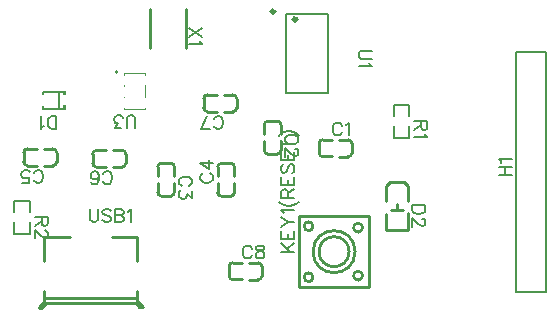
<source format=gto>
G04 Layer: TopSilkscreenLayer*
G04 EasyEDA v6.5.40, 2024-08-14 22:01:03*
G04 cb6e2e9fbd21486d88ae5690d2d3dc00,10*
G04 Gerber Generator version 0.2*
G04 Scale: 100 percent, Rotated: No, Reflected: No *
G04 Dimensions in millimeters *
G04 leading zeros omitted , absolute positions ,4 integer and 5 decimal *
%FSLAX45Y45*%
%MOMM*%

%ADD10C,0.1524*%
%ADD11C,0.2540*%
%ADD12C,0.1520*%
%ADD13C,0.1000*%
%ADD14C,0.2032*%
%ADD15C,0.2030*%
%ADD16C,0.3000*%
%ADD17C,0.0162*%

%LPD*%
D10*
X3480815Y12700D02*
G01*
X3402838Y12700D01*
X3387343Y7620D01*
X3376929Y-2794D01*
X3371850Y-18542D01*
X3371850Y-28955D01*
X3376929Y-44450D01*
X3387343Y-54863D01*
X3402838Y-59944D01*
X3480815Y-59944D01*
X3459988Y-94234D02*
G01*
X3465322Y-104647D01*
X3480815Y-120395D01*
X3371850Y-120395D01*
X3227577Y-621792D02*
G01*
X3222243Y-611378D01*
X3211829Y-600963D01*
X3201670Y-595884D01*
X3180841Y-595884D01*
X3170427Y-600963D01*
X3160013Y-611378D01*
X3154679Y-621792D01*
X3149600Y-637539D01*
X3149600Y-663447D01*
X3154679Y-678942D01*
X3160013Y-689355D01*
X3170427Y-699770D01*
X3180841Y-704850D01*
X3201670Y-704850D01*
X3211829Y-699770D01*
X3222243Y-689355D01*
X3227577Y-678942D01*
X3261868Y-616712D02*
G01*
X3272281Y-611378D01*
X3287775Y-595884D01*
X3287775Y-704850D01*
X2832608Y-776478D02*
G01*
X2843022Y-771144D01*
X2853436Y-760729D01*
X2858515Y-750570D01*
X2858515Y-729742D01*
X2853436Y-719328D01*
X2843022Y-708913D01*
X2832608Y-703579D01*
X2816859Y-698500D01*
X2790952Y-698500D01*
X2775458Y-703579D01*
X2765043Y-708913D01*
X2754629Y-719328D01*
X2749550Y-729742D01*
X2749550Y-750570D01*
X2754629Y-760729D01*
X2765043Y-771144D01*
X2775458Y-776478D01*
X2832608Y-815847D02*
G01*
X2837688Y-815847D01*
X2848102Y-821181D01*
X2853436Y-826262D01*
X2858515Y-836676D01*
X2858515Y-857504D01*
X2853436Y-867918D01*
X2848102Y-872997D01*
X2837688Y-878331D01*
X2827274Y-878331D01*
X2816859Y-872997D01*
X2801365Y-862584D01*
X2749550Y-810768D01*
X2749550Y-883412D01*
X1930908Y-1132078D02*
G01*
X1941322Y-1126744D01*
X1951736Y-1116329D01*
X1956815Y-1106170D01*
X1956815Y-1085342D01*
X1951736Y-1074928D01*
X1941322Y-1064513D01*
X1930908Y-1059179D01*
X1915160Y-1054100D01*
X1889252Y-1054100D01*
X1873757Y-1059179D01*
X1863344Y-1064513D01*
X1852929Y-1074928D01*
X1847850Y-1085342D01*
X1847850Y-1106170D01*
X1852929Y-1116329D01*
X1863344Y-1126744D01*
X1873757Y-1132078D01*
X1956815Y-1176781D02*
G01*
X1956815Y-1233931D01*
X1915160Y-1202689D01*
X1915160Y-1218184D01*
X1910079Y-1228597D01*
X1905000Y-1233931D01*
X1889252Y-1239012D01*
X1878837Y-1239012D01*
X1863344Y-1233931D01*
X1852929Y-1223518D01*
X1847850Y-1207770D01*
X1847850Y-1192276D01*
X1852929Y-1176781D01*
X1858010Y-1171447D01*
X1868423Y-1166368D01*
X2056891Y-1026921D02*
G01*
X2046477Y-1032255D01*
X2036063Y-1042670D01*
X2030984Y-1052829D01*
X2030984Y-1073657D01*
X2036063Y-1084071D01*
X2046477Y-1094486D01*
X2056891Y-1099820D01*
X2072640Y-1104900D01*
X2098547Y-1104900D01*
X2114041Y-1099820D01*
X2124456Y-1094486D01*
X2134870Y-1084071D01*
X2139950Y-1073657D01*
X2139950Y-1052829D01*
X2134870Y-1042670D01*
X2124456Y-1032255D01*
X2114041Y-1026921D01*
X2030984Y-940815D02*
G01*
X2103627Y-992631D01*
X2103627Y-914654D01*
X2030984Y-940815D02*
G01*
X2139950Y-940815D01*
X620521Y-1080007D02*
G01*
X625855Y-1090421D01*
X636270Y-1100836D01*
X646429Y-1105915D01*
X667257Y-1105915D01*
X677671Y-1100836D01*
X688086Y-1090421D01*
X693420Y-1080007D01*
X698500Y-1064260D01*
X698500Y-1038352D01*
X693420Y-1022857D01*
X688086Y-1012444D01*
X677671Y-1002029D01*
X667257Y-996950D01*
X646429Y-996950D01*
X636270Y-1002029D01*
X625855Y-1012444D01*
X620521Y-1022857D01*
X524002Y-1105915D02*
G01*
X575818Y-1105915D01*
X581152Y-1059179D01*
X575818Y-1064260D01*
X560323Y-1069594D01*
X544829Y-1069594D01*
X529081Y-1064260D01*
X518668Y-1054100D01*
X513587Y-1038352D01*
X513587Y-1027937D01*
X518668Y-1012444D01*
X529081Y-1002029D01*
X544829Y-996950D01*
X560323Y-996950D01*
X575818Y-1002029D01*
X581152Y-1007110D01*
X586231Y-1017523D01*
X1204721Y-1092707D02*
G01*
X1210055Y-1103121D01*
X1220470Y-1113536D01*
X1230629Y-1118615D01*
X1251457Y-1118615D01*
X1261871Y-1113536D01*
X1272286Y-1103121D01*
X1277620Y-1092707D01*
X1282700Y-1076960D01*
X1282700Y-1051052D01*
X1277620Y-1035557D01*
X1272286Y-1025144D01*
X1261871Y-1014729D01*
X1251457Y-1009650D01*
X1230629Y-1009650D01*
X1220470Y-1014729D01*
X1210055Y-1025144D01*
X1204721Y-1035557D01*
X1108202Y-1103121D02*
G01*
X1113281Y-1113536D01*
X1129029Y-1118615D01*
X1139189Y-1118615D01*
X1154937Y-1113536D01*
X1165352Y-1097787D01*
X1170431Y-1071879D01*
X1170431Y-1045971D01*
X1165352Y-1025144D01*
X1154937Y-1014729D01*
X1139189Y-1009650D01*
X1134110Y-1009650D01*
X1118615Y-1014729D01*
X1108202Y-1025144D01*
X1102868Y-1040637D01*
X1102868Y-1045971D01*
X1108202Y-1061465D01*
X1118615Y-1071879D01*
X1134110Y-1076960D01*
X1139189Y-1076960D01*
X1154937Y-1071879D01*
X1165352Y-1061465D01*
X1170431Y-1045971D01*
X2144522Y-622807D02*
G01*
X2149856Y-633221D01*
X2160270Y-643636D01*
X2170429Y-648715D01*
X2191258Y-648715D01*
X2201672Y-643636D01*
X2212086Y-633221D01*
X2217420Y-622807D01*
X2222500Y-607060D01*
X2222500Y-581152D01*
X2217420Y-565657D01*
X2212086Y-555244D01*
X2201672Y-544829D01*
X2191258Y-539750D01*
X2170429Y-539750D01*
X2160270Y-544829D01*
X2149856Y-555244D01*
X2144522Y-565657D01*
X2037588Y-648715D02*
G01*
X2089404Y-539750D01*
X2110231Y-648715D02*
G01*
X2037588Y-648715D01*
X810298Y-648715D02*
G01*
X810298Y-539750D01*
X810298Y-648715D02*
G01*
X773976Y-648715D01*
X758228Y-643636D01*
X748068Y-633221D01*
X742734Y-622807D01*
X737654Y-607060D01*
X737654Y-581152D01*
X742734Y-565657D01*
X748068Y-555244D01*
X758228Y-544829D01*
X773976Y-539750D01*
X810298Y-539750D01*
X703364Y-627887D02*
G01*
X692950Y-633221D01*
X677202Y-648715D01*
X677202Y-539750D01*
X1479588Y-642391D02*
G01*
X1479588Y-564413D01*
X1474508Y-548919D01*
X1464094Y-538505D01*
X1448346Y-533425D01*
X1437932Y-533425D01*
X1422438Y-538505D01*
X1412024Y-548919D01*
X1406944Y-564413D01*
X1406944Y-642391D01*
X1362240Y-642391D02*
G01*
X1305090Y-642391D01*
X1336078Y-600735D01*
X1320584Y-600735D01*
X1310170Y-595655D01*
X1305090Y-590575D01*
X1299756Y-574827D01*
X1299756Y-564413D01*
X1305090Y-548919D01*
X1315504Y-538505D01*
X1330998Y-533425D01*
X1346492Y-533425D01*
X1362240Y-538505D01*
X1367320Y-543585D01*
X1372654Y-553999D01*
X2045715Y203200D02*
G01*
X1936750Y130555D01*
X2045715Y130555D02*
G01*
X1936750Y203200D01*
X2024888Y96265D02*
G01*
X2030222Y85852D01*
X2045715Y70104D01*
X1936750Y70104D01*
X2716771Y-1689112D02*
G01*
X2825737Y-1689112D01*
X2716771Y-1616468D02*
G01*
X2789415Y-1689112D01*
X2763507Y-1663204D02*
G01*
X2825737Y-1616468D01*
X2716771Y-1582178D02*
G01*
X2825737Y-1582178D01*
X2716771Y-1582178D02*
G01*
X2716771Y-1514614D01*
X2768587Y-1582178D02*
G01*
X2768587Y-1540522D01*
X2825737Y-1582178D02*
G01*
X2825737Y-1514614D01*
X2716771Y-1480324D02*
G01*
X2768587Y-1438668D01*
X2825737Y-1438668D01*
X2716771Y-1397012D02*
G01*
X2768587Y-1438668D01*
X2737599Y-1362722D02*
G01*
X2732265Y-1352562D01*
X2716771Y-1336814D01*
X2825737Y-1336814D01*
X2695943Y-1266202D02*
G01*
X2706357Y-1276616D01*
X2721851Y-1287030D01*
X2742679Y-1297444D01*
X2768587Y-1302524D01*
X2789415Y-1302524D01*
X2815577Y-1297444D01*
X2836151Y-1287030D01*
X2851899Y-1276616D01*
X2862313Y-1266202D01*
X2716771Y-1231912D02*
G01*
X2825737Y-1231912D01*
X2716771Y-1231912D02*
G01*
X2716771Y-1185176D01*
X2721851Y-1169682D01*
X2727185Y-1164348D01*
X2737599Y-1159268D01*
X2748013Y-1159268D01*
X2758427Y-1164348D01*
X2763507Y-1169682D01*
X2768587Y-1185176D01*
X2768587Y-1231912D01*
X2768587Y-1195590D02*
G01*
X2825737Y-1159268D01*
X2716771Y-1124978D02*
G01*
X2825737Y-1124978D01*
X2716771Y-1124978D02*
G01*
X2716771Y-1057414D01*
X2768587Y-1124978D02*
G01*
X2768587Y-1083322D01*
X2825737Y-1124978D02*
G01*
X2825737Y-1057414D01*
X2732265Y-950226D02*
G01*
X2721851Y-960640D01*
X2716771Y-976388D01*
X2716771Y-996962D01*
X2721851Y-1012710D01*
X2732265Y-1023124D01*
X2742679Y-1023124D01*
X2753093Y-1017790D01*
X2758427Y-1012710D01*
X2763507Y-1002296D01*
X2773921Y-971054D01*
X2779001Y-960640D01*
X2784335Y-955560D01*
X2794749Y-950226D01*
X2810243Y-950226D01*
X2820657Y-960640D01*
X2825737Y-976388D01*
X2825737Y-996962D01*
X2820657Y-1012710D01*
X2810243Y-1023124D01*
X2716771Y-915936D02*
G01*
X2825737Y-915936D01*
X2716771Y-915936D02*
G01*
X2716771Y-848372D01*
X2768587Y-915936D02*
G01*
X2768587Y-874534D01*
X2825737Y-915936D02*
G01*
X2825737Y-848372D01*
X2716771Y-777760D02*
G01*
X2825737Y-777760D01*
X2716771Y-814082D02*
G01*
X2716771Y-741438D01*
X2695943Y-707148D02*
G01*
X2706357Y-696734D01*
X2721851Y-686320D01*
X2742679Y-675906D01*
X2768587Y-670826D01*
X2789415Y-670826D01*
X2815577Y-675906D01*
X2836151Y-686320D01*
X2851899Y-696734D01*
X2862313Y-707148D01*
X1093927Y-1329651D02*
G01*
X1093927Y-1407629D01*
X1099007Y-1423123D01*
X1109421Y-1433537D01*
X1125169Y-1438617D01*
X1135583Y-1438617D01*
X1151077Y-1433537D01*
X1161491Y-1423123D01*
X1166571Y-1407629D01*
X1166571Y-1329651D01*
X1273759Y-1345145D02*
G01*
X1263345Y-1334731D01*
X1247597Y-1329651D01*
X1227023Y-1329651D01*
X1211275Y-1334731D01*
X1200861Y-1345145D01*
X1200861Y-1355559D01*
X1206195Y-1365973D01*
X1211275Y-1371307D01*
X1221689Y-1376387D01*
X1252931Y-1386801D01*
X1263345Y-1391881D01*
X1268425Y-1397215D01*
X1273759Y-1407629D01*
X1273759Y-1423123D01*
X1263345Y-1433537D01*
X1247597Y-1438617D01*
X1227023Y-1438617D01*
X1211275Y-1433537D01*
X1200861Y-1423123D01*
X1308049Y-1329651D02*
G01*
X1308049Y-1438617D01*
X1308049Y-1329651D02*
G01*
X1354785Y-1329651D01*
X1370279Y-1334731D01*
X1375613Y-1340065D01*
X1380693Y-1350479D01*
X1380693Y-1360893D01*
X1375613Y-1371307D01*
X1370279Y-1376387D01*
X1354785Y-1381467D01*
X1308049Y-1381467D02*
G01*
X1354785Y-1381467D01*
X1370279Y-1386801D01*
X1375613Y-1391881D01*
X1380693Y-1402295D01*
X1380693Y-1418043D01*
X1375613Y-1428457D01*
X1370279Y-1433537D01*
X1354785Y-1438617D01*
X1308049Y-1438617D01*
X1414983Y-1350479D02*
G01*
X1425397Y-1345145D01*
X1440891Y-1329651D01*
X1440891Y-1438617D01*
X2465577Y-1663192D02*
G01*
X2460243Y-1652778D01*
X2449829Y-1642363D01*
X2439670Y-1637284D01*
X2418841Y-1637284D01*
X2408427Y-1642363D01*
X2398013Y-1652778D01*
X2392679Y-1663192D01*
X2387600Y-1678939D01*
X2387600Y-1704847D01*
X2392679Y-1720342D01*
X2398013Y-1730755D01*
X2408427Y-1741170D01*
X2418841Y-1746250D01*
X2439670Y-1746250D01*
X2449829Y-1741170D01*
X2460243Y-1730755D01*
X2465577Y-1720342D01*
X2525775Y-1637284D02*
G01*
X2510281Y-1642363D01*
X2504947Y-1652778D01*
X2504947Y-1663192D01*
X2510281Y-1673605D01*
X2520695Y-1678939D01*
X2541270Y-1684020D01*
X2557018Y-1689100D01*
X2567431Y-1699513D01*
X2572511Y-1709928D01*
X2572511Y-1725676D01*
X2567431Y-1736089D01*
X2562097Y-1741170D01*
X2546604Y-1746250D01*
X2525775Y-1746250D01*
X2510281Y-1741170D01*
X2504947Y-1736089D01*
X2499868Y-1725676D01*
X2499868Y-1709928D01*
X2504947Y-1699513D01*
X2515361Y-1689100D01*
X2531109Y-1684020D01*
X2551684Y-1678939D01*
X2562097Y-1673605D01*
X2567431Y-1663192D01*
X2567431Y-1652778D01*
X2562097Y-1642363D01*
X2546604Y-1637284D01*
X2525775Y-1637284D01*
X3950715Y-584200D02*
G01*
X3841750Y-584200D01*
X3950715Y-584200D02*
G01*
X3950715Y-630936D01*
X3945636Y-646429D01*
X3940302Y-651763D01*
X3929888Y-656844D01*
X3919474Y-656844D01*
X3909059Y-651763D01*
X3903979Y-646429D01*
X3898900Y-630936D01*
X3898900Y-584200D01*
X3898900Y-620521D02*
G01*
X3841750Y-656844D01*
X3929888Y-691134D02*
G01*
X3935222Y-701547D01*
X3950715Y-717295D01*
X3841750Y-717295D01*
X3934216Y-1297604D02*
G01*
X3825250Y-1297604D01*
X3934216Y-1297604D02*
G01*
X3934216Y-1333926D01*
X3929136Y-1349674D01*
X3918722Y-1359834D01*
X3908308Y-1365168D01*
X3892560Y-1370248D01*
X3866652Y-1370248D01*
X3851158Y-1365168D01*
X3840744Y-1359834D01*
X3830330Y-1349674D01*
X3825250Y-1333926D01*
X3825250Y-1297604D01*
X3908308Y-1409872D02*
G01*
X3913388Y-1409872D01*
X3923802Y-1414952D01*
X3929136Y-1420286D01*
X3934216Y-1430700D01*
X3934216Y-1451274D01*
X3929136Y-1461688D01*
X3923802Y-1467022D01*
X3913388Y-1472102D01*
X3902974Y-1472102D01*
X3892560Y-1467022D01*
X3877066Y-1456608D01*
X3825250Y-1404538D01*
X3825250Y-1477436D01*
X737615Y-1397000D02*
G01*
X628650Y-1397000D01*
X737615Y-1397000D02*
G01*
X737615Y-1443736D01*
X732536Y-1459229D01*
X727202Y-1464563D01*
X716787Y-1469644D01*
X706373Y-1469644D01*
X695960Y-1464563D01*
X690879Y-1459229D01*
X685800Y-1443736D01*
X685800Y-1397000D01*
X685800Y-1433321D02*
G01*
X628650Y-1469644D01*
X711707Y-1509268D02*
G01*
X716787Y-1509268D01*
X727202Y-1514347D01*
X732536Y-1519681D01*
X737615Y-1530095D01*
X737615Y-1550670D01*
X732536Y-1561084D01*
X727202Y-1566418D01*
X716787Y-1571497D01*
X706373Y-1571497D01*
X695960Y-1566418D01*
X680465Y-1556004D01*
X628650Y-1503934D01*
X628650Y-1576831D01*
X4558284Y-1041400D02*
G01*
X4667250Y-1041400D01*
X4558284Y-968755D02*
G01*
X4667250Y-968755D01*
X4610100Y-1041400D02*
G01*
X4610100Y-968755D01*
X4579111Y-934465D02*
G01*
X4573777Y-924052D01*
X4558284Y-908304D01*
X4667250Y-908304D01*
G36*
X864920Y-451408D02*
G01*
X864920Y-486664D01*
X895400Y-486664D01*
X895400Y-451408D01*
G37*
G36*
X864920Y-326136D02*
G01*
X864920Y-361391D01*
X895400Y-361391D01*
X895400Y-326136D01*
G37*
X2756560Y319920D02*
G01*
X3110839Y319920D01*
X3110839Y-345320D01*
X2756560Y-345320D01*
X2756560Y319920D01*
D11*
X3314001Y-772822D02*
G01*
X3314001Y-852825D01*
X3203026Y-741837D02*
G01*
X3283023Y-741837D01*
X3203026Y-883803D02*
G01*
X3283023Y-883803D01*
X3145436Y-741255D02*
G01*
X3065437Y-741255D01*
X3034454Y-772238D02*
G01*
X3034454Y-852236D01*
X3145436Y-883216D02*
G01*
X3065437Y-883216D01*
X2681577Y-862901D02*
G01*
X2601574Y-862901D01*
X2712562Y-751926D02*
G01*
X2712562Y-831923D01*
X2570596Y-751926D02*
G01*
X2570596Y-831923D01*
X2713144Y-694336D02*
G01*
X2713144Y-614337D01*
X2682161Y-583354D02*
G01*
X2602163Y-583354D01*
X2571183Y-694336D02*
G01*
X2571183Y-614337D01*
X1779877Y-1218501D02*
G01*
X1699874Y-1218501D01*
X1810862Y-1107526D02*
G01*
X1810862Y-1187523D01*
X1668896Y-1107526D02*
G01*
X1668896Y-1187523D01*
X1811444Y-1049936D02*
G01*
X1811444Y-969937D01*
X1780461Y-938954D02*
G01*
X1700463Y-938954D01*
X1669483Y-1049936D02*
G01*
X1669483Y-969937D01*
X2207922Y-940498D02*
G01*
X2287925Y-940498D01*
X2176937Y-1051473D02*
G01*
X2176937Y-971476D01*
X2318903Y-1051473D02*
G01*
X2318903Y-971476D01*
X2176355Y-1109063D02*
G01*
X2176355Y-1189062D01*
X2207338Y-1220045D02*
G01*
X2287336Y-1220045D01*
X2318316Y-1109063D02*
G01*
X2318316Y-1189062D01*
X534098Y-928977D02*
G01*
X534098Y-848974D01*
X645073Y-959962D02*
G01*
X565076Y-959962D01*
X645073Y-817996D02*
G01*
X565076Y-817996D01*
X702663Y-960544D02*
G01*
X782662Y-960544D01*
X813645Y-929561D02*
G01*
X813645Y-849563D01*
X702663Y-818583D02*
G01*
X782662Y-818583D01*
X1118298Y-941677D02*
G01*
X1118298Y-861674D01*
X1229273Y-972662D02*
G01*
X1149276Y-972662D01*
X1229273Y-830696D02*
G01*
X1149276Y-830696D01*
X1286863Y-973244D02*
G01*
X1366862Y-973244D01*
X1397845Y-942261D02*
G01*
X1397845Y-862263D01*
X1286863Y-831283D02*
G01*
X1366862Y-831283D01*
X2058098Y-471777D02*
G01*
X2058098Y-391774D01*
X2169073Y-502762D02*
G01*
X2089076Y-502762D01*
X2169073Y-360796D02*
G01*
X2089076Y-360796D01*
X2226663Y-503344D02*
G01*
X2306662Y-503344D01*
X2337645Y-472361D02*
G01*
X2337645Y-392363D01*
X2226663Y-361383D02*
G01*
X2306662Y-361383D01*
D12*
X697275Y-333778D02*
G01*
X697275Y-354401D01*
X697275Y-479021D02*
G01*
X697275Y-459399D01*
D10*
X872520Y-479021D02*
G01*
X697275Y-479021D01*
X872520Y-333778D02*
G01*
X697275Y-333778D01*
X832076Y-479021D02*
G01*
X832076Y-333778D01*
D13*
X1383202Y-189788D02*
G01*
X1383202Y-175193D01*
X1383202Y-284787D02*
G01*
X1383202Y-280619D01*
X1383202Y-379780D02*
G01*
X1383202Y-375615D01*
X1383202Y-485195D02*
G01*
X1383202Y-470611D01*
X1563204Y-189788D02*
G01*
X1563204Y-175193D01*
X1563204Y-379780D02*
G01*
X1563204Y-280616D01*
X1563204Y-485195D02*
G01*
X1563204Y-470608D01*
X1563204Y-485195D02*
G01*
X1383202Y-485195D01*
X1563204Y-175193D02*
G01*
X1383202Y-175193D01*
D11*
X1600200Y38100D02*
G01*
X1600200Y368300D01*
X1905000Y38100D02*
G01*
X1905000Y368300D01*
X2862287Y-1989112D02*
G01*
X2862287Y-1389113D01*
X3462261Y-1989112D02*
G01*
X2862262Y-1989112D01*
X3462286Y-1389113D02*
G01*
X3462286Y-1989112D01*
X2862287Y-1389113D02*
G01*
X3462286Y-1389113D01*
X1503883Y-2118398D02*
G01*
X1542592Y-2160435D01*
X1513230Y-2160435D01*
X1482750Y-2127415D01*
X719988Y-2127415D01*
X684428Y-2165515D01*
X667994Y-2165515D01*
X667994Y-2160435D01*
X703884Y-2118398D01*
X704875Y-1568386D02*
G01*
X929208Y-1568386D01*
X1280540Y-1568386D02*
G01*
X1494873Y-1568386D01*
X704875Y-1568386D02*
G01*
X704875Y-1765287D01*
X704875Y-2021522D02*
G01*
X704875Y-2118398D01*
X1494873Y-1568386D02*
G01*
X1494873Y-1765287D01*
X1494873Y-2021522D02*
G01*
X1494873Y-2118398D01*
X704900Y-2083899D02*
G01*
X1494899Y-2083899D01*
X2552001Y-1814222D02*
G01*
X2552001Y-1894225D01*
X2441026Y-1783237D02*
G01*
X2521023Y-1783237D01*
X2441026Y-1925203D02*
G01*
X2521023Y-1925203D01*
X2383436Y-1782655D02*
G01*
X2303437Y-1782655D01*
X2272454Y-1813638D02*
G01*
X2272454Y-1893636D01*
X2383436Y-1924616D02*
G01*
X2303437Y-1924616D01*
D10*
X3667739Y-626821D02*
G01*
X3667739Y-722708D01*
X3799860Y-722708D01*
X3799860Y-626821D01*
X3667739Y-541578D02*
G01*
X3667739Y-445691D01*
X3799860Y-445691D01*
X3799860Y-541578D01*
D11*
X3790701Y-1358092D02*
G01*
X3791699Y-1506100D01*
X3601699Y-1372100D02*
G01*
X3601699Y-1506100D01*
X3791699Y-1506100D02*
G01*
X3601697Y-1506100D01*
X3600698Y-1133088D02*
G01*
X3600704Y-1133088D01*
X3635697Y-1098095D01*
X3790701Y-1133088D02*
G01*
X3790695Y-1133088D01*
X3755702Y-1098095D01*
X3790701Y-1258092D02*
G01*
X3790701Y-1133088D01*
X3600698Y-1258092D02*
G01*
X3600698Y-1133088D01*
X3755702Y-1098095D02*
G01*
X3635697Y-1098095D01*
X3745699Y-1338099D02*
G01*
X3645700Y-1338099D01*
X3695194Y-1338099D02*
G01*
X3695194Y-1288100D01*
D10*
X454639Y-1439621D02*
G01*
X454639Y-1535508D01*
X586760Y-1535508D01*
X586760Y-1439621D01*
X454639Y-1354378D02*
G01*
X454639Y-1258491D01*
X586760Y-1258491D01*
X586760Y-1354378D01*
D14*
X4699000Y0D02*
G01*
X4953000Y0D01*
X4953000Y-2032000D01*
X4699000Y-2032000D01*
X4699000Y-1841500D01*
D15*
X4699000Y0D02*
G01*
X4699000Y-1841500D01*
D11*
G75*
G01*
X3034449Y-772239D02*
G02*
X3065432Y-741256I30983J0D01*
G75*
G01*
X3065432Y-883222D02*
G02*
X3034449Y-852236I0J30983D01*
G75*
G01*
X3283019Y-741837D02*
G02*
X3314001Y-772823I0J-30983D01*
G75*
G01*
X3314001Y-852820D02*
G02*
X3283019Y-883803I-30982J0D01*
G75*
G01*
X2682161Y-583349D02*
G02*
X2713144Y-614332I0J-30983D01*
G75*
G01*
X2571178Y-614332D02*
G02*
X2602164Y-583349I30983J0D01*
G75*
G01*
X2712563Y-831919D02*
G02*
X2681577Y-862901I-30983J0D01*
G75*
G01*
X2601580Y-862901D02*
G02*
X2570597Y-831919I0J30982D01*
G75*
G01*
X1780461Y-938949D02*
G02*
X1811444Y-969932I0J-30983D01*
G75*
G01*
X1669478Y-969932D02*
G02*
X1700464Y-938949I30983J0D01*
G75*
G01*
X1810863Y-1187519D02*
G02*
X1779877Y-1218501I-30983J0D01*
G75*
G01*
X1699880Y-1218501D02*
G02*
X1668897Y-1187519I0J30982D01*
G75*
G01*
X2207339Y-1220051D02*
G02*
X2176356Y-1189068I0J30983D01*
G75*
G01*
X2318322Y-1189068D02*
G02*
X2287336Y-1220051I-30983J0D01*
G75*
G01*
X2176937Y-971481D02*
G02*
X2207923Y-940499I30983J0D01*
G75*
G01*
X2287920Y-940499D02*
G02*
X2318903Y-971481I0J-30982D01*
G75*
G01*
X813651Y-929561D02*
G02*
X782668Y-960544I-30983J0D01*
G75*
G01*
X782668Y-818578D02*
G02*
X813651Y-849564I0J-30983D01*
G75*
G01*
X565081Y-959963D02*
G02*
X534099Y-928977I0J30983D01*
G75*
G01*
X534099Y-848980D02*
G02*
X565081Y-817997I30982J0D01*
G75*
G01*
X1397851Y-942261D02*
G02*
X1366868Y-973244I-30983J0D01*
G75*
G01*
X1366868Y-831278D02*
G02*
X1397851Y-862264I0J-30983D01*
G75*
G01*
X1149281Y-972663D02*
G02*
X1118299Y-941677I0J30983D01*
G75*
G01*
X1118299Y-861680D02*
G02*
X1149281Y-830697I30982J0D01*
G75*
G01*
X2337651Y-472361D02*
G02*
X2306668Y-503344I-30983J0D01*
G75*
G01*
X2306668Y-361378D02*
G02*
X2337651Y-392364I0J-30983D01*
G75*
G01*
X2089081Y-502763D02*
G02*
X2058099Y-471777I0J30983D01*
G75*
G01*
X2058099Y-391780D02*
G02*
X2089081Y-360797I30982J0D01*
G75*
G01*
X2272449Y-1813639D02*
G02*
X2303432Y-1782656I30983J0D01*
G75*
G01*
X2303432Y-1924622D02*
G02*
X2272449Y-1893636I0J30983D01*
G75*
G01*
X2521019Y-1783237D02*
G02*
X2552001Y-1814223I0J-30983D01*
G75*
G01*
X2552001Y-1894220D02*
G02*
X2521019Y-1925203I-30982J0D01*
D16*
G75*
G01
X2846807Y279806D02*
G03X2846807Y279806I-15011J0D01*
G75*
G01
X2661615Y343230D02*
G03X2661615Y343230I-15011J0D01*
D13*
G75*
G01
X1333525Y-165100D02*
G03X1333525Y-165100I-12700J0D01*
D11*
G75*
G01
X2984500Y-1905025D02*
G03X2984500Y-1905025I-38100J0D01*
G75*
G01
X2984500Y-1473225D02*
G03X2984500Y-1473225I-38100J0D01*
G75*
G01
X3403600Y-1892325D02*
G03X3403600Y-1892325I-38100J0D01*
G75*
G01
X3403600Y-1485925D02*
G03X3403600Y-1485925I-38100J0D01*
G75*
G01
X3340100Y-1689125D02*
G03X3340100Y-1689125I-177800J0D01*
G75*
G01
X3289300Y-1689125D02*
G03X3289300Y-1689125I-127000J0D01*
M02*

</source>
